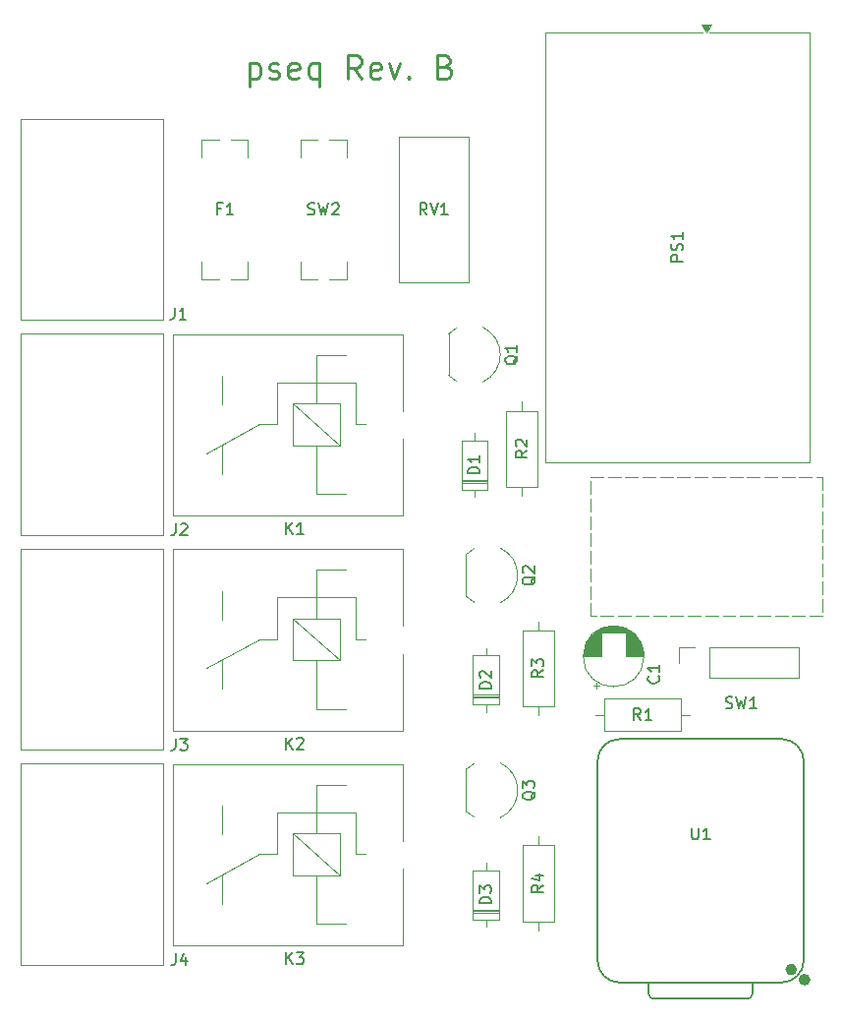
<source format=gbr>
%TF.GenerationSoftware,KiCad,Pcbnew,9.0.5*%
%TF.CreationDate,2025-11-05T07:39:26+01:00*%
%TF.ProjectId,power-sequencer-pcb,706f7765-722d-4736-9571-75656e636572,B*%
%TF.SameCoordinates,Original*%
%TF.FileFunction,Legend,Top*%
%TF.FilePolarity,Positive*%
%FSLAX46Y46*%
G04 Gerber Fmt 4.6, Leading zero omitted, Abs format (unit mm)*
G04 Created by KiCad (PCBNEW 9.0.5) date 2025-11-05 07:39:26*
%MOMM*%
%LPD*%
G01*
G04 APERTURE LIST*
%ADD10C,0.100000*%
%ADD11C,0.250000*%
%ADD12C,0.150000*%
%ADD13C,0.120000*%
%ADD14C,0.127000*%
%ADD15C,0.504000*%
G04 APERTURE END LIST*
D10*
X126500000Y-96000000D02*
X127600000Y-96000000D01*
X128000000Y-96000000D02*
X129100000Y-96000000D01*
X129500000Y-96000000D02*
X130600000Y-96000000D01*
X131000000Y-96000000D02*
X132100000Y-96000000D01*
X132500000Y-96000000D02*
X133600000Y-96000000D01*
X134000000Y-96000000D02*
X135100000Y-96000000D01*
X135500000Y-96000000D02*
X136600000Y-96000000D01*
X137000000Y-96000000D02*
X138100000Y-96000000D01*
X138500000Y-96000000D02*
X139600000Y-96000000D01*
X140000000Y-96000000D02*
X141100000Y-96000000D01*
X141500000Y-96000000D02*
X142600000Y-96000000D01*
X143000000Y-96000000D02*
X144100000Y-96000000D01*
X144500000Y-96000000D02*
X145600000Y-96000000D01*
X146000000Y-96000000D02*
X146500000Y-96000000D01*
X146500000Y-96000000D02*
X146500000Y-97100000D01*
X146500000Y-97500000D02*
X146500000Y-98600000D01*
X146500000Y-99000000D02*
X146500000Y-100100000D01*
X146500000Y-100500000D02*
X146500000Y-101600000D01*
X146500000Y-102000000D02*
X146500000Y-103100000D01*
X146500000Y-103500000D02*
X146500000Y-104600000D01*
X146500000Y-105000000D02*
X146500000Y-106100000D01*
X146500000Y-106500000D02*
X146500000Y-107600000D01*
X146500000Y-108000000D02*
X146500000Y-108000000D01*
X146500000Y-108000000D02*
X145400000Y-108000000D01*
X145000000Y-108000000D02*
X143900000Y-108000000D01*
X143500000Y-108000000D02*
X142400000Y-108000000D01*
X142000000Y-108000000D02*
X140900000Y-108000000D01*
X140500000Y-108000000D02*
X139400000Y-108000000D01*
X139000000Y-108000000D02*
X137900000Y-108000000D01*
X137500000Y-108000000D02*
X136400000Y-108000000D01*
X136000000Y-108000000D02*
X134900000Y-108000000D01*
X134500000Y-108000000D02*
X133400000Y-108000000D01*
X133000000Y-108000000D02*
X131900000Y-108000000D01*
X131500000Y-108000000D02*
X130400000Y-108000000D01*
X130000000Y-108000000D02*
X128900000Y-108000000D01*
X128500000Y-108000000D02*
X127400000Y-108000000D01*
X127000000Y-108000000D02*
X126500000Y-108000000D01*
X126500000Y-108000000D02*
X126500000Y-106900000D01*
X126500000Y-106500000D02*
X126500000Y-105400000D01*
X126500000Y-105000000D02*
X126500000Y-103900000D01*
X126500000Y-103500000D02*
X126500000Y-102400000D01*
X126500000Y-102000000D02*
X126500000Y-100900000D01*
X126500000Y-100500000D02*
X126500000Y-99400000D01*
X126500000Y-99000000D02*
X126500000Y-97900000D01*
X126500000Y-97500000D02*
X126500000Y-96400000D01*
X126500000Y-96000000D02*
X126500000Y-96000000D01*
D11*
X97140663Y-60408904D02*
X97140663Y-62408904D01*
X97140663Y-60504142D02*
X97331139Y-60408904D01*
X97331139Y-60408904D02*
X97712092Y-60408904D01*
X97712092Y-60408904D02*
X97902568Y-60504142D01*
X97902568Y-60504142D02*
X97997806Y-60599380D01*
X97997806Y-60599380D02*
X98093044Y-60789857D01*
X98093044Y-60789857D02*
X98093044Y-61361285D01*
X98093044Y-61361285D02*
X97997806Y-61551761D01*
X97997806Y-61551761D02*
X97902568Y-61647000D01*
X97902568Y-61647000D02*
X97712092Y-61742238D01*
X97712092Y-61742238D02*
X97331139Y-61742238D01*
X97331139Y-61742238D02*
X97140663Y-61647000D01*
X98854949Y-61647000D02*
X99045425Y-61742238D01*
X99045425Y-61742238D02*
X99426377Y-61742238D01*
X99426377Y-61742238D02*
X99616854Y-61647000D01*
X99616854Y-61647000D02*
X99712092Y-61456523D01*
X99712092Y-61456523D02*
X99712092Y-61361285D01*
X99712092Y-61361285D02*
X99616854Y-61170809D01*
X99616854Y-61170809D02*
X99426377Y-61075571D01*
X99426377Y-61075571D02*
X99140663Y-61075571D01*
X99140663Y-61075571D02*
X98950187Y-60980333D01*
X98950187Y-60980333D02*
X98854949Y-60789857D01*
X98854949Y-60789857D02*
X98854949Y-60694619D01*
X98854949Y-60694619D02*
X98950187Y-60504142D01*
X98950187Y-60504142D02*
X99140663Y-60408904D01*
X99140663Y-60408904D02*
X99426377Y-60408904D01*
X99426377Y-60408904D02*
X99616854Y-60504142D01*
X101331140Y-61647000D02*
X101140664Y-61742238D01*
X101140664Y-61742238D02*
X100759711Y-61742238D01*
X100759711Y-61742238D02*
X100569235Y-61647000D01*
X100569235Y-61647000D02*
X100473997Y-61456523D01*
X100473997Y-61456523D02*
X100473997Y-60694619D01*
X100473997Y-60694619D02*
X100569235Y-60504142D01*
X100569235Y-60504142D02*
X100759711Y-60408904D01*
X100759711Y-60408904D02*
X101140664Y-60408904D01*
X101140664Y-60408904D02*
X101331140Y-60504142D01*
X101331140Y-60504142D02*
X101426378Y-60694619D01*
X101426378Y-60694619D02*
X101426378Y-60885095D01*
X101426378Y-60885095D02*
X100473997Y-61075571D01*
X103140664Y-60408904D02*
X103140664Y-62408904D01*
X103140664Y-61647000D02*
X102950188Y-61742238D01*
X102950188Y-61742238D02*
X102569235Y-61742238D01*
X102569235Y-61742238D02*
X102378759Y-61647000D01*
X102378759Y-61647000D02*
X102283521Y-61551761D01*
X102283521Y-61551761D02*
X102188283Y-61361285D01*
X102188283Y-61361285D02*
X102188283Y-60789857D01*
X102188283Y-60789857D02*
X102283521Y-60599380D01*
X102283521Y-60599380D02*
X102378759Y-60504142D01*
X102378759Y-60504142D02*
X102569235Y-60408904D01*
X102569235Y-60408904D02*
X102950188Y-60408904D01*
X102950188Y-60408904D02*
X103140664Y-60504142D01*
X106759712Y-61742238D02*
X106093045Y-60789857D01*
X105616855Y-61742238D02*
X105616855Y-59742238D01*
X105616855Y-59742238D02*
X106378760Y-59742238D01*
X106378760Y-59742238D02*
X106569236Y-59837476D01*
X106569236Y-59837476D02*
X106664474Y-59932714D01*
X106664474Y-59932714D02*
X106759712Y-60123190D01*
X106759712Y-60123190D02*
X106759712Y-60408904D01*
X106759712Y-60408904D02*
X106664474Y-60599380D01*
X106664474Y-60599380D02*
X106569236Y-60694619D01*
X106569236Y-60694619D02*
X106378760Y-60789857D01*
X106378760Y-60789857D02*
X105616855Y-60789857D01*
X108378760Y-61647000D02*
X108188284Y-61742238D01*
X108188284Y-61742238D02*
X107807331Y-61742238D01*
X107807331Y-61742238D02*
X107616855Y-61647000D01*
X107616855Y-61647000D02*
X107521617Y-61456523D01*
X107521617Y-61456523D02*
X107521617Y-60694619D01*
X107521617Y-60694619D02*
X107616855Y-60504142D01*
X107616855Y-60504142D02*
X107807331Y-60408904D01*
X107807331Y-60408904D02*
X108188284Y-60408904D01*
X108188284Y-60408904D02*
X108378760Y-60504142D01*
X108378760Y-60504142D02*
X108473998Y-60694619D01*
X108473998Y-60694619D02*
X108473998Y-60885095D01*
X108473998Y-60885095D02*
X107521617Y-61075571D01*
X109140665Y-60408904D02*
X109616855Y-61742238D01*
X109616855Y-61742238D02*
X110093046Y-60408904D01*
X110854951Y-61551761D02*
X110950189Y-61647000D01*
X110950189Y-61647000D02*
X110854951Y-61742238D01*
X110854951Y-61742238D02*
X110759713Y-61647000D01*
X110759713Y-61647000D02*
X110854951Y-61551761D01*
X110854951Y-61551761D02*
X110854951Y-61742238D01*
X113997809Y-60694619D02*
X114283523Y-60789857D01*
X114283523Y-60789857D02*
X114378761Y-60885095D01*
X114378761Y-60885095D02*
X114473999Y-61075571D01*
X114473999Y-61075571D02*
X114473999Y-61361285D01*
X114473999Y-61361285D02*
X114378761Y-61551761D01*
X114378761Y-61551761D02*
X114283523Y-61647000D01*
X114283523Y-61647000D02*
X114093047Y-61742238D01*
X114093047Y-61742238D02*
X113331142Y-61742238D01*
X113331142Y-61742238D02*
X113331142Y-59742238D01*
X113331142Y-59742238D02*
X113997809Y-59742238D01*
X113997809Y-59742238D02*
X114188285Y-59837476D01*
X114188285Y-59837476D02*
X114283523Y-59932714D01*
X114283523Y-59932714D02*
X114378761Y-60123190D01*
X114378761Y-60123190D02*
X114378761Y-60313666D01*
X114378761Y-60313666D02*
X114283523Y-60504142D01*
X114283523Y-60504142D02*
X114188285Y-60599380D01*
X114188285Y-60599380D02*
X113997809Y-60694619D01*
X113997809Y-60694619D02*
X113331142Y-60694619D01*
D12*
X102166667Y-73407200D02*
X102309524Y-73454819D01*
X102309524Y-73454819D02*
X102547619Y-73454819D01*
X102547619Y-73454819D02*
X102642857Y-73407200D01*
X102642857Y-73407200D02*
X102690476Y-73359580D01*
X102690476Y-73359580D02*
X102738095Y-73264342D01*
X102738095Y-73264342D02*
X102738095Y-73169104D01*
X102738095Y-73169104D02*
X102690476Y-73073866D01*
X102690476Y-73073866D02*
X102642857Y-73026247D01*
X102642857Y-73026247D02*
X102547619Y-72978628D01*
X102547619Y-72978628D02*
X102357143Y-72931009D01*
X102357143Y-72931009D02*
X102261905Y-72883390D01*
X102261905Y-72883390D02*
X102214286Y-72835771D01*
X102214286Y-72835771D02*
X102166667Y-72740533D01*
X102166667Y-72740533D02*
X102166667Y-72645295D01*
X102166667Y-72645295D02*
X102214286Y-72550057D01*
X102214286Y-72550057D02*
X102261905Y-72502438D01*
X102261905Y-72502438D02*
X102357143Y-72454819D01*
X102357143Y-72454819D02*
X102595238Y-72454819D01*
X102595238Y-72454819D02*
X102738095Y-72502438D01*
X103071429Y-72454819D02*
X103309524Y-73454819D01*
X103309524Y-73454819D02*
X103500000Y-72740533D01*
X103500000Y-72740533D02*
X103690476Y-73454819D01*
X103690476Y-73454819D02*
X103928572Y-72454819D01*
X104261905Y-72550057D02*
X104309524Y-72502438D01*
X104309524Y-72502438D02*
X104404762Y-72454819D01*
X104404762Y-72454819D02*
X104642857Y-72454819D01*
X104642857Y-72454819D02*
X104738095Y-72502438D01*
X104738095Y-72502438D02*
X104785714Y-72550057D01*
X104785714Y-72550057D02*
X104833333Y-72645295D01*
X104833333Y-72645295D02*
X104833333Y-72740533D01*
X104833333Y-72740533D02*
X104785714Y-72883390D01*
X104785714Y-72883390D02*
X104214286Y-73454819D01*
X104214286Y-73454819D02*
X104833333Y-73454819D01*
X90666666Y-81454819D02*
X90666666Y-82169104D01*
X90666666Y-82169104D02*
X90619047Y-82311961D01*
X90619047Y-82311961D02*
X90523809Y-82407200D01*
X90523809Y-82407200D02*
X90380952Y-82454819D01*
X90380952Y-82454819D02*
X90285714Y-82454819D01*
X91666666Y-82454819D02*
X91095238Y-82454819D01*
X91380952Y-82454819D02*
X91380952Y-81454819D01*
X91380952Y-81454819D02*
X91285714Y-81597676D01*
X91285714Y-81597676D02*
X91190476Y-81692914D01*
X91190476Y-81692914D02*
X91095238Y-81740533D01*
X90761666Y-100049819D02*
X90761666Y-100764104D01*
X90761666Y-100764104D02*
X90714047Y-100906961D01*
X90714047Y-100906961D02*
X90618809Y-101002200D01*
X90618809Y-101002200D02*
X90475952Y-101049819D01*
X90475952Y-101049819D02*
X90380714Y-101049819D01*
X91190238Y-100145057D02*
X91237857Y-100097438D01*
X91237857Y-100097438D02*
X91333095Y-100049819D01*
X91333095Y-100049819D02*
X91571190Y-100049819D01*
X91571190Y-100049819D02*
X91666428Y-100097438D01*
X91666428Y-100097438D02*
X91714047Y-100145057D01*
X91714047Y-100145057D02*
X91761666Y-100240295D01*
X91761666Y-100240295D02*
X91761666Y-100335533D01*
X91761666Y-100335533D02*
X91714047Y-100478390D01*
X91714047Y-100478390D02*
X91142619Y-101049819D01*
X91142619Y-101049819D02*
X91761666Y-101049819D01*
X90761666Y-137049819D02*
X90761666Y-137764104D01*
X90761666Y-137764104D02*
X90714047Y-137906961D01*
X90714047Y-137906961D02*
X90618809Y-138002200D01*
X90618809Y-138002200D02*
X90475952Y-138049819D01*
X90475952Y-138049819D02*
X90380714Y-138049819D01*
X91666428Y-137383152D02*
X91666428Y-138049819D01*
X91428333Y-137002200D02*
X91190238Y-137716485D01*
X91190238Y-137716485D02*
X91809285Y-137716485D01*
X122454819Y-112666666D02*
X121978628Y-112999999D01*
X122454819Y-113238094D02*
X121454819Y-113238094D01*
X121454819Y-113238094D02*
X121454819Y-112857142D01*
X121454819Y-112857142D02*
X121502438Y-112761904D01*
X121502438Y-112761904D02*
X121550057Y-112714285D01*
X121550057Y-112714285D02*
X121645295Y-112666666D01*
X121645295Y-112666666D02*
X121788152Y-112666666D01*
X121788152Y-112666666D02*
X121883390Y-112714285D01*
X121883390Y-112714285D02*
X121931009Y-112761904D01*
X121931009Y-112761904D02*
X121978628Y-112857142D01*
X121978628Y-112857142D02*
X121978628Y-113238094D01*
X121454819Y-112333332D02*
X121454819Y-111714285D01*
X121454819Y-111714285D02*
X121835771Y-112047618D01*
X121835771Y-112047618D02*
X121835771Y-111904761D01*
X121835771Y-111904761D02*
X121883390Y-111809523D01*
X121883390Y-111809523D02*
X121931009Y-111761904D01*
X121931009Y-111761904D02*
X122026247Y-111714285D01*
X122026247Y-111714285D02*
X122264342Y-111714285D01*
X122264342Y-111714285D02*
X122359580Y-111761904D01*
X122359580Y-111761904D02*
X122407200Y-111809523D01*
X122407200Y-111809523D02*
X122454819Y-111904761D01*
X122454819Y-111904761D02*
X122454819Y-112190475D01*
X122454819Y-112190475D02*
X122407200Y-112285713D01*
X122407200Y-112285713D02*
X122359580Y-112333332D01*
X117954819Y-132738094D02*
X116954819Y-132738094D01*
X116954819Y-132738094D02*
X116954819Y-132499999D01*
X116954819Y-132499999D02*
X117002438Y-132357142D01*
X117002438Y-132357142D02*
X117097676Y-132261904D01*
X117097676Y-132261904D02*
X117192914Y-132214285D01*
X117192914Y-132214285D02*
X117383390Y-132166666D01*
X117383390Y-132166666D02*
X117526247Y-132166666D01*
X117526247Y-132166666D02*
X117716723Y-132214285D01*
X117716723Y-132214285D02*
X117811961Y-132261904D01*
X117811961Y-132261904D02*
X117907200Y-132357142D01*
X117907200Y-132357142D02*
X117954819Y-132499999D01*
X117954819Y-132499999D02*
X117954819Y-132738094D01*
X116954819Y-131833332D02*
X116954819Y-131214285D01*
X116954819Y-131214285D02*
X117335771Y-131547618D01*
X117335771Y-131547618D02*
X117335771Y-131404761D01*
X117335771Y-131404761D02*
X117383390Y-131309523D01*
X117383390Y-131309523D02*
X117431009Y-131261904D01*
X117431009Y-131261904D02*
X117526247Y-131214285D01*
X117526247Y-131214285D02*
X117764342Y-131214285D01*
X117764342Y-131214285D02*
X117859580Y-131261904D01*
X117859580Y-131261904D02*
X117907200Y-131309523D01*
X117907200Y-131309523D02*
X117954819Y-131404761D01*
X117954819Y-131404761D02*
X117954819Y-131690475D01*
X117954819Y-131690475D02*
X117907200Y-131785713D01*
X117907200Y-131785713D02*
X117859580Y-131833332D01*
X121049819Y-93761666D02*
X120573628Y-94094999D01*
X121049819Y-94333094D02*
X120049819Y-94333094D01*
X120049819Y-94333094D02*
X120049819Y-93952142D01*
X120049819Y-93952142D02*
X120097438Y-93856904D01*
X120097438Y-93856904D02*
X120145057Y-93809285D01*
X120145057Y-93809285D02*
X120240295Y-93761666D01*
X120240295Y-93761666D02*
X120383152Y-93761666D01*
X120383152Y-93761666D02*
X120478390Y-93809285D01*
X120478390Y-93809285D02*
X120526009Y-93856904D01*
X120526009Y-93856904D02*
X120573628Y-93952142D01*
X120573628Y-93952142D02*
X120573628Y-94333094D01*
X120145057Y-93380713D02*
X120097438Y-93333094D01*
X120097438Y-93333094D02*
X120049819Y-93237856D01*
X120049819Y-93237856D02*
X120049819Y-92999761D01*
X120049819Y-92999761D02*
X120097438Y-92904523D01*
X120097438Y-92904523D02*
X120145057Y-92856904D01*
X120145057Y-92856904D02*
X120240295Y-92809285D01*
X120240295Y-92809285D02*
X120335533Y-92809285D01*
X120335533Y-92809285D02*
X120478390Y-92856904D01*
X120478390Y-92856904D02*
X121049819Y-93428332D01*
X121049819Y-93428332D02*
X121049819Y-92809285D01*
X100261905Y-119454819D02*
X100261905Y-118454819D01*
X100833333Y-119454819D02*
X100404762Y-118883390D01*
X100833333Y-118454819D02*
X100261905Y-119026247D01*
X101214286Y-118550057D02*
X101261905Y-118502438D01*
X101261905Y-118502438D02*
X101357143Y-118454819D01*
X101357143Y-118454819D02*
X101595238Y-118454819D01*
X101595238Y-118454819D02*
X101690476Y-118502438D01*
X101690476Y-118502438D02*
X101738095Y-118550057D01*
X101738095Y-118550057D02*
X101785714Y-118645295D01*
X101785714Y-118645295D02*
X101785714Y-118740533D01*
X101785714Y-118740533D02*
X101738095Y-118883390D01*
X101738095Y-118883390D02*
X101166667Y-119454819D01*
X101166667Y-119454819D02*
X101785714Y-119454819D01*
X112404761Y-73454819D02*
X112071428Y-72978628D01*
X111833333Y-73454819D02*
X111833333Y-72454819D01*
X111833333Y-72454819D02*
X112214285Y-72454819D01*
X112214285Y-72454819D02*
X112309523Y-72502438D01*
X112309523Y-72502438D02*
X112357142Y-72550057D01*
X112357142Y-72550057D02*
X112404761Y-72645295D01*
X112404761Y-72645295D02*
X112404761Y-72788152D01*
X112404761Y-72788152D02*
X112357142Y-72883390D01*
X112357142Y-72883390D02*
X112309523Y-72931009D01*
X112309523Y-72931009D02*
X112214285Y-72978628D01*
X112214285Y-72978628D02*
X111833333Y-72978628D01*
X112690476Y-72454819D02*
X113023809Y-73454819D01*
X113023809Y-73454819D02*
X113357142Y-72454819D01*
X114214285Y-73454819D02*
X113642857Y-73454819D01*
X113928571Y-73454819D02*
X113928571Y-72454819D01*
X113928571Y-72454819D02*
X113833333Y-72597676D01*
X113833333Y-72597676D02*
X113738095Y-72692914D01*
X113738095Y-72692914D02*
X113642857Y-72740533D01*
X132359580Y-113166666D02*
X132407200Y-113214285D01*
X132407200Y-113214285D02*
X132454819Y-113357142D01*
X132454819Y-113357142D02*
X132454819Y-113452380D01*
X132454819Y-113452380D02*
X132407200Y-113595237D01*
X132407200Y-113595237D02*
X132311961Y-113690475D01*
X132311961Y-113690475D02*
X132216723Y-113738094D01*
X132216723Y-113738094D02*
X132026247Y-113785713D01*
X132026247Y-113785713D02*
X131883390Y-113785713D01*
X131883390Y-113785713D02*
X131692914Y-113738094D01*
X131692914Y-113738094D02*
X131597676Y-113690475D01*
X131597676Y-113690475D02*
X131502438Y-113595237D01*
X131502438Y-113595237D02*
X131454819Y-113452380D01*
X131454819Y-113452380D02*
X131454819Y-113357142D01*
X131454819Y-113357142D02*
X131502438Y-113214285D01*
X131502438Y-113214285D02*
X131550057Y-113166666D01*
X132454819Y-112214285D02*
X132454819Y-112785713D01*
X132454819Y-112499999D02*
X131454819Y-112499999D01*
X131454819Y-112499999D02*
X131597676Y-112595237D01*
X131597676Y-112595237D02*
X131692914Y-112690475D01*
X131692914Y-112690475D02*
X131740533Y-112785713D01*
X135238095Y-126223319D02*
X135238095Y-127032842D01*
X135238095Y-127032842D02*
X135285714Y-127128080D01*
X135285714Y-127128080D02*
X135333333Y-127175700D01*
X135333333Y-127175700D02*
X135428571Y-127223319D01*
X135428571Y-127223319D02*
X135619047Y-127223319D01*
X135619047Y-127223319D02*
X135714285Y-127175700D01*
X135714285Y-127175700D02*
X135761904Y-127128080D01*
X135761904Y-127128080D02*
X135809523Y-127032842D01*
X135809523Y-127032842D02*
X135809523Y-126223319D01*
X136809523Y-127223319D02*
X136238095Y-127223319D01*
X136523809Y-127223319D02*
X136523809Y-126223319D01*
X136523809Y-126223319D02*
X136428571Y-126366176D01*
X136428571Y-126366176D02*
X136333333Y-126461414D01*
X136333333Y-126461414D02*
X136238095Y-126509033D01*
X90761666Y-118549819D02*
X90761666Y-119264104D01*
X90761666Y-119264104D02*
X90714047Y-119406961D01*
X90714047Y-119406961D02*
X90618809Y-119502200D01*
X90618809Y-119502200D02*
X90475952Y-119549819D01*
X90475952Y-119549819D02*
X90380714Y-119549819D01*
X91142619Y-118549819D02*
X91761666Y-118549819D01*
X91761666Y-118549819D02*
X91428333Y-118930771D01*
X91428333Y-118930771D02*
X91571190Y-118930771D01*
X91571190Y-118930771D02*
X91666428Y-118978390D01*
X91666428Y-118978390D02*
X91714047Y-119026009D01*
X91714047Y-119026009D02*
X91761666Y-119121247D01*
X91761666Y-119121247D02*
X91761666Y-119359342D01*
X91761666Y-119359342D02*
X91714047Y-119454580D01*
X91714047Y-119454580D02*
X91666428Y-119502200D01*
X91666428Y-119502200D02*
X91571190Y-119549819D01*
X91571190Y-119549819D02*
X91285476Y-119549819D01*
X91285476Y-119549819D02*
X91190238Y-119502200D01*
X91190238Y-119502200D02*
X91142619Y-119454580D01*
X117954819Y-114238094D02*
X116954819Y-114238094D01*
X116954819Y-114238094D02*
X116954819Y-113999999D01*
X116954819Y-113999999D02*
X117002438Y-113857142D01*
X117002438Y-113857142D02*
X117097676Y-113761904D01*
X117097676Y-113761904D02*
X117192914Y-113714285D01*
X117192914Y-113714285D02*
X117383390Y-113666666D01*
X117383390Y-113666666D02*
X117526247Y-113666666D01*
X117526247Y-113666666D02*
X117716723Y-113714285D01*
X117716723Y-113714285D02*
X117811961Y-113761904D01*
X117811961Y-113761904D02*
X117907200Y-113857142D01*
X117907200Y-113857142D02*
X117954819Y-113999999D01*
X117954819Y-113999999D02*
X117954819Y-114238094D01*
X117050057Y-113285713D02*
X117002438Y-113238094D01*
X117002438Y-113238094D02*
X116954819Y-113142856D01*
X116954819Y-113142856D02*
X116954819Y-112904761D01*
X116954819Y-112904761D02*
X117002438Y-112809523D01*
X117002438Y-112809523D02*
X117050057Y-112761904D01*
X117050057Y-112761904D02*
X117145295Y-112714285D01*
X117145295Y-112714285D02*
X117240533Y-112714285D01*
X117240533Y-112714285D02*
X117383390Y-112761904D01*
X117383390Y-112761904D02*
X117954819Y-113333332D01*
X117954819Y-113333332D02*
X117954819Y-112714285D01*
X100261905Y-137954819D02*
X100261905Y-136954819D01*
X100833333Y-137954819D02*
X100404762Y-137383390D01*
X100833333Y-136954819D02*
X100261905Y-137526247D01*
X101166667Y-136954819D02*
X101785714Y-136954819D01*
X101785714Y-136954819D02*
X101452381Y-137335771D01*
X101452381Y-137335771D02*
X101595238Y-137335771D01*
X101595238Y-137335771D02*
X101690476Y-137383390D01*
X101690476Y-137383390D02*
X101738095Y-137431009D01*
X101738095Y-137431009D02*
X101785714Y-137526247D01*
X101785714Y-137526247D02*
X101785714Y-137764342D01*
X101785714Y-137764342D02*
X101738095Y-137859580D01*
X101738095Y-137859580D02*
X101690476Y-137907200D01*
X101690476Y-137907200D02*
X101595238Y-137954819D01*
X101595238Y-137954819D02*
X101309524Y-137954819D01*
X101309524Y-137954819D02*
X101214286Y-137907200D01*
X101214286Y-137907200D02*
X101166667Y-137859580D01*
X122454819Y-131166666D02*
X121978628Y-131499999D01*
X122454819Y-131738094D02*
X121454819Y-131738094D01*
X121454819Y-131738094D02*
X121454819Y-131357142D01*
X121454819Y-131357142D02*
X121502438Y-131261904D01*
X121502438Y-131261904D02*
X121550057Y-131214285D01*
X121550057Y-131214285D02*
X121645295Y-131166666D01*
X121645295Y-131166666D02*
X121788152Y-131166666D01*
X121788152Y-131166666D02*
X121883390Y-131214285D01*
X121883390Y-131214285D02*
X121931009Y-131261904D01*
X121931009Y-131261904D02*
X121978628Y-131357142D01*
X121978628Y-131357142D02*
X121978628Y-131738094D01*
X121788152Y-130309523D02*
X122454819Y-130309523D01*
X121407200Y-130547618D02*
X122121485Y-130785713D01*
X122121485Y-130785713D02*
X122121485Y-130166666D01*
X116954819Y-95738094D02*
X115954819Y-95738094D01*
X115954819Y-95738094D02*
X115954819Y-95499999D01*
X115954819Y-95499999D02*
X116002438Y-95357142D01*
X116002438Y-95357142D02*
X116097676Y-95261904D01*
X116097676Y-95261904D02*
X116192914Y-95214285D01*
X116192914Y-95214285D02*
X116383390Y-95166666D01*
X116383390Y-95166666D02*
X116526247Y-95166666D01*
X116526247Y-95166666D02*
X116716723Y-95214285D01*
X116716723Y-95214285D02*
X116811961Y-95261904D01*
X116811961Y-95261904D02*
X116907200Y-95357142D01*
X116907200Y-95357142D02*
X116954819Y-95499999D01*
X116954819Y-95499999D02*
X116954819Y-95738094D01*
X116954819Y-94214285D02*
X116954819Y-94785713D01*
X116954819Y-94499999D02*
X115954819Y-94499999D01*
X115954819Y-94499999D02*
X116097676Y-94595237D01*
X116097676Y-94595237D02*
X116192914Y-94690475D01*
X116192914Y-94690475D02*
X116240533Y-94785713D01*
X100261905Y-100954819D02*
X100261905Y-99954819D01*
X100833333Y-100954819D02*
X100404762Y-100383390D01*
X100833333Y-99954819D02*
X100261905Y-100526247D01*
X101785714Y-100954819D02*
X101214286Y-100954819D01*
X101500000Y-100954819D02*
X101500000Y-99954819D01*
X101500000Y-99954819D02*
X101404762Y-100097676D01*
X101404762Y-100097676D02*
X101309524Y-100192914D01*
X101309524Y-100192914D02*
X101214286Y-100240533D01*
X121750057Y-123095238D02*
X121702438Y-123190476D01*
X121702438Y-123190476D02*
X121607200Y-123285714D01*
X121607200Y-123285714D02*
X121464342Y-123428571D01*
X121464342Y-123428571D02*
X121416723Y-123523809D01*
X121416723Y-123523809D02*
X121416723Y-123619047D01*
X121654819Y-123571428D02*
X121607200Y-123666666D01*
X121607200Y-123666666D02*
X121511961Y-123761904D01*
X121511961Y-123761904D02*
X121321485Y-123809523D01*
X121321485Y-123809523D02*
X120988152Y-123809523D01*
X120988152Y-123809523D02*
X120797676Y-123761904D01*
X120797676Y-123761904D02*
X120702438Y-123666666D01*
X120702438Y-123666666D02*
X120654819Y-123571428D01*
X120654819Y-123571428D02*
X120654819Y-123380952D01*
X120654819Y-123380952D02*
X120702438Y-123285714D01*
X120702438Y-123285714D02*
X120797676Y-123190476D01*
X120797676Y-123190476D02*
X120988152Y-123142857D01*
X120988152Y-123142857D02*
X121321485Y-123142857D01*
X121321485Y-123142857D02*
X121511961Y-123190476D01*
X121511961Y-123190476D02*
X121607200Y-123285714D01*
X121607200Y-123285714D02*
X121654819Y-123380952D01*
X121654819Y-123380952D02*
X121654819Y-123571428D01*
X120654819Y-122809523D02*
X120654819Y-122190476D01*
X120654819Y-122190476D02*
X121035771Y-122523809D01*
X121035771Y-122523809D02*
X121035771Y-122380952D01*
X121035771Y-122380952D02*
X121083390Y-122285714D01*
X121083390Y-122285714D02*
X121131009Y-122238095D01*
X121131009Y-122238095D02*
X121226247Y-122190476D01*
X121226247Y-122190476D02*
X121464342Y-122190476D01*
X121464342Y-122190476D02*
X121559580Y-122238095D01*
X121559580Y-122238095D02*
X121607200Y-122285714D01*
X121607200Y-122285714D02*
X121654819Y-122380952D01*
X121654819Y-122380952D02*
X121654819Y-122666666D01*
X121654819Y-122666666D02*
X121607200Y-122761904D01*
X121607200Y-122761904D02*
X121559580Y-122809523D01*
X138166667Y-115907200D02*
X138309524Y-115954819D01*
X138309524Y-115954819D02*
X138547619Y-115954819D01*
X138547619Y-115954819D02*
X138642857Y-115907200D01*
X138642857Y-115907200D02*
X138690476Y-115859580D01*
X138690476Y-115859580D02*
X138738095Y-115764342D01*
X138738095Y-115764342D02*
X138738095Y-115669104D01*
X138738095Y-115669104D02*
X138690476Y-115573866D01*
X138690476Y-115573866D02*
X138642857Y-115526247D01*
X138642857Y-115526247D02*
X138547619Y-115478628D01*
X138547619Y-115478628D02*
X138357143Y-115431009D01*
X138357143Y-115431009D02*
X138261905Y-115383390D01*
X138261905Y-115383390D02*
X138214286Y-115335771D01*
X138214286Y-115335771D02*
X138166667Y-115240533D01*
X138166667Y-115240533D02*
X138166667Y-115145295D01*
X138166667Y-115145295D02*
X138214286Y-115050057D01*
X138214286Y-115050057D02*
X138261905Y-115002438D01*
X138261905Y-115002438D02*
X138357143Y-114954819D01*
X138357143Y-114954819D02*
X138595238Y-114954819D01*
X138595238Y-114954819D02*
X138738095Y-115002438D01*
X139071429Y-114954819D02*
X139309524Y-115954819D01*
X139309524Y-115954819D02*
X139500000Y-115240533D01*
X139500000Y-115240533D02*
X139690476Y-115954819D01*
X139690476Y-115954819D02*
X139928572Y-114954819D01*
X140833333Y-115954819D02*
X140261905Y-115954819D01*
X140547619Y-115954819D02*
X140547619Y-114954819D01*
X140547619Y-114954819D02*
X140452381Y-115097676D01*
X140452381Y-115097676D02*
X140357143Y-115192914D01*
X140357143Y-115192914D02*
X140261905Y-115240533D01*
X134454819Y-77466785D02*
X133454819Y-77466785D01*
X133454819Y-77466785D02*
X133454819Y-77085833D01*
X133454819Y-77085833D02*
X133502438Y-76990595D01*
X133502438Y-76990595D02*
X133550057Y-76942976D01*
X133550057Y-76942976D02*
X133645295Y-76895357D01*
X133645295Y-76895357D02*
X133788152Y-76895357D01*
X133788152Y-76895357D02*
X133883390Y-76942976D01*
X133883390Y-76942976D02*
X133931009Y-76990595D01*
X133931009Y-76990595D02*
X133978628Y-77085833D01*
X133978628Y-77085833D02*
X133978628Y-77466785D01*
X134407200Y-76514404D02*
X134454819Y-76371547D01*
X134454819Y-76371547D02*
X134454819Y-76133452D01*
X134454819Y-76133452D02*
X134407200Y-76038214D01*
X134407200Y-76038214D02*
X134359580Y-75990595D01*
X134359580Y-75990595D02*
X134264342Y-75942976D01*
X134264342Y-75942976D02*
X134169104Y-75942976D01*
X134169104Y-75942976D02*
X134073866Y-75990595D01*
X134073866Y-75990595D02*
X134026247Y-76038214D01*
X134026247Y-76038214D02*
X133978628Y-76133452D01*
X133978628Y-76133452D02*
X133931009Y-76323928D01*
X133931009Y-76323928D02*
X133883390Y-76419166D01*
X133883390Y-76419166D02*
X133835771Y-76466785D01*
X133835771Y-76466785D02*
X133740533Y-76514404D01*
X133740533Y-76514404D02*
X133645295Y-76514404D01*
X133645295Y-76514404D02*
X133550057Y-76466785D01*
X133550057Y-76466785D02*
X133502438Y-76419166D01*
X133502438Y-76419166D02*
X133454819Y-76323928D01*
X133454819Y-76323928D02*
X133454819Y-76085833D01*
X133454819Y-76085833D02*
X133502438Y-75942976D01*
X134454819Y-74990595D02*
X134454819Y-75562023D01*
X134454819Y-75276309D02*
X133454819Y-75276309D01*
X133454819Y-75276309D02*
X133597676Y-75371547D01*
X133597676Y-75371547D02*
X133692914Y-75466785D01*
X133692914Y-75466785D02*
X133740533Y-75562023D01*
X130833333Y-116954819D02*
X130500000Y-116478628D01*
X130261905Y-116954819D02*
X130261905Y-115954819D01*
X130261905Y-115954819D02*
X130642857Y-115954819D01*
X130642857Y-115954819D02*
X130738095Y-116002438D01*
X130738095Y-116002438D02*
X130785714Y-116050057D01*
X130785714Y-116050057D02*
X130833333Y-116145295D01*
X130833333Y-116145295D02*
X130833333Y-116288152D01*
X130833333Y-116288152D02*
X130785714Y-116383390D01*
X130785714Y-116383390D02*
X130738095Y-116431009D01*
X130738095Y-116431009D02*
X130642857Y-116478628D01*
X130642857Y-116478628D02*
X130261905Y-116478628D01*
X131785714Y-116954819D02*
X131214286Y-116954819D01*
X131500000Y-116954819D02*
X131500000Y-115954819D01*
X131500000Y-115954819D02*
X131404762Y-116097676D01*
X131404762Y-116097676D02*
X131309524Y-116192914D01*
X131309524Y-116192914D02*
X131214286Y-116240533D01*
X120250057Y-85595238D02*
X120202438Y-85690476D01*
X120202438Y-85690476D02*
X120107200Y-85785714D01*
X120107200Y-85785714D02*
X119964342Y-85928571D01*
X119964342Y-85928571D02*
X119916723Y-86023809D01*
X119916723Y-86023809D02*
X119916723Y-86119047D01*
X120154819Y-86071428D02*
X120107200Y-86166666D01*
X120107200Y-86166666D02*
X120011961Y-86261904D01*
X120011961Y-86261904D02*
X119821485Y-86309523D01*
X119821485Y-86309523D02*
X119488152Y-86309523D01*
X119488152Y-86309523D02*
X119297676Y-86261904D01*
X119297676Y-86261904D02*
X119202438Y-86166666D01*
X119202438Y-86166666D02*
X119154819Y-86071428D01*
X119154819Y-86071428D02*
X119154819Y-85880952D01*
X119154819Y-85880952D02*
X119202438Y-85785714D01*
X119202438Y-85785714D02*
X119297676Y-85690476D01*
X119297676Y-85690476D02*
X119488152Y-85642857D01*
X119488152Y-85642857D02*
X119821485Y-85642857D01*
X119821485Y-85642857D02*
X120011961Y-85690476D01*
X120011961Y-85690476D02*
X120107200Y-85785714D01*
X120107200Y-85785714D02*
X120154819Y-85880952D01*
X120154819Y-85880952D02*
X120154819Y-86071428D01*
X120154819Y-84690476D02*
X120154819Y-85261904D01*
X120154819Y-84976190D02*
X119154819Y-84976190D01*
X119154819Y-84976190D02*
X119297676Y-85071428D01*
X119297676Y-85071428D02*
X119392914Y-85166666D01*
X119392914Y-85166666D02*
X119440533Y-85261904D01*
X94666666Y-72931009D02*
X94333333Y-72931009D01*
X94333333Y-73454819D02*
X94333333Y-72454819D01*
X94333333Y-72454819D02*
X94809523Y-72454819D01*
X95714285Y-73454819D02*
X95142857Y-73454819D01*
X95428571Y-73454819D02*
X95428571Y-72454819D01*
X95428571Y-72454819D02*
X95333333Y-72597676D01*
X95333333Y-72597676D02*
X95238095Y-72692914D01*
X95238095Y-72692914D02*
X95142857Y-72740533D01*
X121750057Y-104595238D02*
X121702438Y-104690476D01*
X121702438Y-104690476D02*
X121607200Y-104785714D01*
X121607200Y-104785714D02*
X121464342Y-104928571D01*
X121464342Y-104928571D02*
X121416723Y-105023809D01*
X121416723Y-105023809D02*
X121416723Y-105119047D01*
X121654819Y-105071428D02*
X121607200Y-105166666D01*
X121607200Y-105166666D02*
X121511961Y-105261904D01*
X121511961Y-105261904D02*
X121321485Y-105309523D01*
X121321485Y-105309523D02*
X120988152Y-105309523D01*
X120988152Y-105309523D02*
X120797676Y-105261904D01*
X120797676Y-105261904D02*
X120702438Y-105166666D01*
X120702438Y-105166666D02*
X120654819Y-105071428D01*
X120654819Y-105071428D02*
X120654819Y-104880952D01*
X120654819Y-104880952D02*
X120702438Y-104785714D01*
X120702438Y-104785714D02*
X120797676Y-104690476D01*
X120797676Y-104690476D02*
X120988152Y-104642857D01*
X120988152Y-104642857D02*
X121321485Y-104642857D01*
X121321485Y-104642857D02*
X121511961Y-104690476D01*
X121511961Y-104690476D02*
X121607200Y-104785714D01*
X121607200Y-104785714D02*
X121654819Y-104880952D01*
X121654819Y-104880952D02*
X121654819Y-105071428D01*
X120750057Y-104261904D02*
X120702438Y-104214285D01*
X120702438Y-104214285D02*
X120654819Y-104119047D01*
X120654819Y-104119047D02*
X120654819Y-103880952D01*
X120654819Y-103880952D02*
X120702438Y-103785714D01*
X120702438Y-103785714D02*
X120750057Y-103738095D01*
X120750057Y-103738095D02*
X120845295Y-103690476D01*
X120845295Y-103690476D02*
X120940533Y-103690476D01*
X120940533Y-103690476D02*
X121083390Y-103738095D01*
X121083390Y-103738095D02*
X121654819Y-104309523D01*
X121654819Y-104309523D02*
X121654819Y-103690476D01*
D10*
%TO.C,SW2*%
X101500000Y-68500000D02*
X101500000Y-67000000D01*
X101500000Y-79000000D02*
X101500000Y-77500000D01*
X101500000Y-79000000D02*
X103000000Y-79000000D01*
X103000000Y-67000000D02*
X101500000Y-67000000D01*
X105500000Y-67000000D02*
X104000000Y-67000000D01*
X105500000Y-68500000D02*
X105500000Y-67000000D01*
X105500000Y-77500000D02*
X105500000Y-79000000D01*
X105500000Y-79000000D02*
X104000000Y-79000000D01*
%TO.C,J1*%
X89707500Y-82495000D02*
X77407500Y-82495000D01*
X77407500Y-65195000D01*
X89707500Y-65195000D01*
X89707500Y-82495000D01*
%TO.C,J2*%
X89707500Y-100995000D02*
X77407500Y-100995000D01*
X77407500Y-83695000D01*
X89707500Y-83695000D01*
X89707500Y-100995000D01*
%TO.C,J4*%
X89707500Y-137995000D02*
X77407500Y-137995000D01*
X77407500Y-120695000D01*
X89707500Y-120695000D01*
X89707500Y-137995000D01*
D13*
%TO.C,R3*%
X122000000Y-108460000D02*
X122000000Y-109230000D01*
X122000000Y-116540000D02*
X122000000Y-115770000D01*
X123370000Y-109230000D02*
X120630000Y-109230000D01*
X120630000Y-115770000D01*
X123370000Y-115770000D01*
X123370000Y-109230000D01*
%TO.C,D3*%
X116380000Y-133280000D02*
X118620000Y-133280000D01*
X116380000Y-133400000D02*
X118620000Y-133400000D01*
X116380000Y-133520000D02*
X118620000Y-133520000D01*
X117500000Y-129230000D02*
X117500000Y-129880000D01*
X117500000Y-134770000D02*
X117500000Y-134120000D01*
X116380000Y-134120000D02*
X118620000Y-134120000D01*
X118620000Y-129880000D01*
X116380000Y-129880000D01*
X116380000Y-134120000D01*
%TO.C,R2*%
X120595000Y-89555000D02*
X120595000Y-90325000D01*
X120595000Y-97635000D02*
X120595000Y-96865000D01*
X121965000Y-90325000D02*
X119225000Y-90325000D01*
X119225000Y-96865000D01*
X121965000Y-96865000D01*
X121965000Y-90325000D01*
%TO.C,K2*%
X90550000Y-102250000D02*
X110350000Y-102250000D01*
X90550000Y-117850000D02*
X90550000Y-102250000D01*
X94800000Y-105850000D02*
X94800000Y-108300000D01*
X94800000Y-114250000D02*
X94800000Y-111750000D01*
X98000000Y-110000000D02*
X93400000Y-112500000D01*
X99500000Y-106400000D02*
X106300000Y-106400000D01*
X99500000Y-110000000D02*
X98000000Y-110000000D01*
X99500000Y-110000000D02*
X99500000Y-106400000D01*
X100900000Y-108200000D02*
X104900000Y-108200000D01*
X100900000Y-108200000D02*
X104900000Y-111800000D01*
X100900000Y-111800000D02*
X100900000Y-108200000D01*
X102900000Y-108200000D02*
X102900000Y-104000000D01*
X102900000Y-116000000D02*
X102900000Y-111800000D01*
X102900000Y-116000000D02*
X105400000Y-116000000D01*
X104900000Y-108200000D02*
X104900000Y-111800000D01*
X104900000Y-111800000D02*
X100900000Y-111800000D01*
X105400000Y-104000000D02*
X102900000Y-104000000D01*
X106300000Y-110000000D02*
X106300000Y-106400000D01*
X106300000Y-110000000D02*
X107100000Y-110000000D01*
X110350000Y-108850000D02*
X110350000Y-102250000D01*
X110350000Y-117850000D02*
X90550000Y-117850000D01*
X110350000Y-117850000D02*
X110350000Y-111250000D01*
%TO.C,RV1*%
D10*
X116000000Y-79250000D02*
X110000000Y-79250000D01*
X110000000Y-66750000D01*
X116000000Y-66750000D01*
X116000000Y-79250000D01*
D13*
%TO.C,C1*%
X125920000Y-111415113D02*
X127460000Y-111415113D01*
X125920000Y-111455113D02*
X127460000Y-111455113D01*
X125921000Y-111375113D02*
X127460000Y-111375113D01*
X125923000Y-111335113D02*
X127460000Y-111335113D01*
X125925000Y-111295113D02*
X127460000Y-111295113D01*
X125928000Y-111255113D02*
X127460000Y-111255113D01*
X125931000Y-111215113D02*
X127460000Y-111215113D01*
X125935000Y-111175113D02*
X127460000Y-111175113D01*
X125940000Y-111135113D02*
X127460000Y-111135113D01*
X125945000Y-111095113D02*
X127460000Y-111095113D01*
X125951000Y-111055113D02*
X127460000Y-111055113D01*
X125957000Y-111015113D02*
X127460000Y-111015113D01*
X125964000Y-110975113D02*
X127460000Y-110975113D01*
X125972000Y-110935113D02*
X127460000Y-110935113D01*
X125981000Y-110895113D02*
X127460000Y-110895113D01*
X125990000Y-110855113D02*
X127460000Y-110855113D01*
X125999000Y-110815113D02*
X127460000Y-110815113D01*
X126010000Y-110775113D02*
X127460000Y-110775113D01*
X126021000Y-110735113D02*
X127460000Y-110735113D01*
X126033000Y-110695113D02*
X127460000Y-110695113D01*
X126045000Y-110655113D02*
X127460000Y-110655113D01*
X126058000Y-110615113D02*
X127460000Y-110615113D01*
X126072000Y-110575113D02*
X127460000Y-110575113D01*
X126087000Y-110535113D02*
X127460000Y-110535113D01*
X126102000Y-110495113D02*
X127460000Y-110495113D01*
X126118000Y-110455113D02*
X127460000Y-110455113D01*
X126135000Y-110415113D02*
X127460000Y-110415113D01*
X126153000Y-110375113D02*
X127460000Y-110375113D01*
X126171000Y-110335113D02*
X127460000Y-110335113D01*
X126191000Y-110295113D02*
X127460000Y-110295113D01*
X126211000Y-110255113D02*
X127460000Y-110255113D01*
X126232000Y-110215113D02*
X127460000Y-110215113D01*
X126254000Y-110175113D02*
X127460000Y-110175113D01*
X126277000Y-110135113D02*
X127460000Y-110135113D01*
X126301000Y-110095113D02*
X127460000Y-110095113D01*
X126325000Y-110055113D02*
X127460000Y-110055113D01*
X126351000Y-110015113D02*
X127460000Y-110015113D01*
X126378000Y-109975113D02*
X127460000Y-109975113D01*
X126406000Y-109935113D02*
X127460000Y-109935113D01*
X126435000Y-109895113D02*
X127460000Y-109895113D01*
X126465000Y-109855113D02*
X127460000Y-109855113D01*
X126497000Y-109815113D02*
X127460000Y-109815113D01*
X126530000Y-109775113D02*
X127460000Y-109775113D01*
X126564000Y-109735113D02*
X127460000Y-109735113D01*
X126599000Y-109695113D02*
X127460000Y-109695113D01*
X126636000Y-109655113D02*
X127460000Y-109655113D01*
X126675000Y-109615113D02*
X127460000Y-109615113D01*
X126715000Y-109575113D02*
X127460000Y-109575113D01*
X126757000Y-109535113D02*
X127460000Y-109535113D01*
X126775000Y-114009888D02*
X127275000Y-114009888D01*
X126801000Y-109495113D02*
X127460000Y-109495113D01*
X126848000Y-109455113D02*
X127460000Y-109455113D01*
X126896000Y-109415113D02*
X130104000Y-109415113D01*
X126947000Y-109375113D02*
X130053000Y-109375113D01*
X127001000Y-109335113D02*
X129999000Y-109335113D01*
X127025000Y-114259888D02*
X127025000Y-113759888D01*
X127057000Y-109295113D02*
X129943000Y-109295113D01*
X127117000Y-109255113D02*
X129883000Y-109255113D01*
X127181000Y-109215113D02*
X129819000Y-109215113D01*
X127249000Y-109175113D02*
X129751000Y-109175113D01*
X127323000Y-109135113D02*
X129677000Y-109135113D01*
X127402000Y-109095113D02*
X129598000Y-109095113D01*
X127489000Y-109055113D02*
X129511000Y-109055113D01*
X127586000Y-109015113D02*
X129414000Y-109015113D01*
X127695000Y-108975113D02*
X129305000Y-108975113D01*
X127823000Y-108935113D02*
X129177000Y-108935113D01*
X127983000Y-108895113D02*
X129017000Y-108895113D01*
X128217000Y-108855113D02*
X128783000Y-108855113D01*
X129540000Y-109455113D02*
X130152000Y-109455113D01*
X129540000Y-109495113D02*
X130199000Y-109495113D01*
X129540000Y-109535113D02*
X130243000Y-109535113D01*
X129540000Y-109575113D02*
X130285000Y-109575113D01*
X129540000Y-109615113D02*
X130325000Y-109615113D01*
X129540000Y-109655113D02*
X130364000Y-109655113D01*
X129540000Y-109695113D02*
X130401000Y-109695113D01*
X129540000Y-109735113D02*
X130436000Y-109735113D01*
X129540000Y-109775113D02*
X130470000Y-109775113D01*
X129540000Y-109815113D02*
X130503000Y-109815113D01*
X129540000Y-109855113D02*
X130535000Y-109855113D01*
X129540000Y-109895113D02*
X130565000Y-109895113D01*
X129540000Y-109935113D02*
X130594000Y-109935113D01*
X129540000Y-109975113D02*
X130622000Y-109975113D01*
X129540000Y-110015113D02*
X130649000Y-110015113D01*
X129540000Y-110055113D02*
X130675000Y-110055113D01*
X129540000Y-110095113D02*
X130699000Y-110095113D01*
X129540000Y-110135113D02*
X130723000Y-110135113D01*
X129540000Y-110175113D02*
X130746000Y-110175113D01*
X129540000Y-110215113D02*
X130768000Y-110215113D01*
X129540000Y-110255113D02*
X130789000Y-110255113D01*
X129540000Y-110295113D02*
X130809000Y-110295113D01*
X129540000Y-110335113D02*
X130829000Y-110335113D01*
X129540000Y-110375113D02*
X130847000Y-110375113D01*
X129540000Y-110415113D02*
X130865000Y-110415113D01*
X129540000Y-110455113D02*
X130882000Y-110455113D01*
X129540000Y-110495113D02*
X130898000Y-110495113D01*
X129540000Y-110535113D02*
X130913000Y-110535113D01*
X129540000Y-110575113D02*
X130928000Y-110575113D01*
X129540000Y-110615113D02*
X130942000Y-110615113D01*
X129540000Y-110655113D02*
X130955000Y-110655113D01*
X129540000Y-110695113D02*
X130967000Y-110695113D01*
X129540000Y-110735113D02*
X130979000Y-110735113D01*
X129540000Y-110775113D02*
X130990000Y-110775113D01*
X129540000Y-110815113D02*
X131001000Y-110815113D01*
X129540000Y-110855113D02*
X131010000Y-110855113D01*
X129540000Y-110895113D02*
X131019000Y-110895113D01*
X129540000Y-110935113D02*
X131028000Y-110935113D01*
X129540000Y-110975113D02*
X131036000Y-110975113D01*
X129540000Y-111015113D02*
X131043000Y-111015113D01*
X129540000Y-111055113D02*
X131049000Y-111055113D01*
X129540000Y-111095113D02*
X131055000Y-111095113D01*
X129540000Y-111135113D02*
X131060000Y-111135113D01*
X129540000Y-111175113D02*
X131065000Y-111175113D01*
X129540000Y-111215113D02*
X131069000Y-111215113D01*
X129540000Y-111255113D02*
X131072000Y-111255113D01*
X129540000Y-111295113D02*
X131075000Y-111295113D01*
X129540000Y-111335113D02*
X131077000Y-111335113D01*
X129540000Y-111375113D02*
X131079000Y-111375113D01*
X129540000Y-111415113D02*
X131080000Y-111415113D01*
X129540000Y-111455113D02*
X131080000Y-111455113D01*
X131120000Y-111455113D02*
G75*
G02*
X125880000Y-111455113I-2620000J0D01*
G01*
X125880000Y-111455113D02*
G75*
G02*
X131120000Y-111455113I2620000J0D01*
G01*
D14*
%TO.C,U1*%
X127110000Y-120491000D02*
X127110000Y-137636000D01*
D10*
X129015000Y-139541000D02*
X142985000Y-139541000D01*
D14*
X129015000Y-139541000D02*
X142985000Y-139541000D01*
X131496000Y-140451000D02*
X131496000Y-139541000D01*
X139991272Y-140951000D02*
X131996000Y-140951000D01*
X140495000Y-139541000D02*
X140491272Y-140451272D01*
X142985000Y-118586000D02*
X129015000Y-118586000D01*
X144890000Y-120491000D02*
X144890000Y-137636000D01*
X127110000Y-120491000D02*
G75*
G02*
X129015000Y-118586000I1905000J0D01*
G01*
X129015000Y-139541000D02*
G75*
G02*
X127110000Y-137636000I0J1905000D01*
G01*
X131996000Y-140951000D02*
G75*
G02*
X131496000Y-140451000I0J500000D01*
G01*
X140491272Y-140451272D02*
G75*
G02*
X139991272Y-140950999I-500018J291D01*
G01*
X142985000Y-118586000D02*
G75*
G02*
X144890000Y-120491000I-1J-1905001D01*
G01*
X144890000Y-137636000D02*
G75*
G02*
X142985000Y-139541000I-1905001J1D01*
G01*
D15*
X144059000Y-138420000D02*
G75*
G02*
X143555000Y-138420000I-252000J0D01*
G01*
X143555000Y-138420000D02*
G75*
G02*
X144059000Y-138420000I252000J0D01*
G01*
X145202000Y-139300000D02*
G75*
G02*
X144698000Y-139300000I-252000J0D01*
G01*
X144698000Y-139300000D02*
G75*
G02*
X145202000Y-139300000I252000J0D01*
G01*
%TO.C,J3*%
D10*
X89707500Y-119495000D02*
X77407500Y-119495000D01*
X77407500Y-102195000D01*
X89707500Y-102195000D01*
X89707500Y-119495000D01*
D13*
%TO.C,D2*%
X116380000Y-114780000D02*
X118620000Y-114780000D01*
X116380000Y-114900000D02*
X118620000Y-114900000D01*
X116380000Y-115020000D02*
X118620000Y-115020000D01*
X117500000Y-110730000D02*
X117500000Y-111380000D01*
X117500000Y-116270000D02*
X117500000Y-115620000D01*
X116380000Y-115620000D02*
X118620000Y-115620000D01*
X118620000Y-111380000D01*
X116380000Y-111380000D01*
X116380000Y-115620000D01*
%TO.C,K3*%
X90550000Y-120750000D02*
X110350000Y-120750000D01*
X90550000Y-136350000D02*
X90550000Y-120750000D01*
X94800000Y-124350000D02*
X94800000Y-126800000D01*
X94800000Y-132750000D02*
X94800000Y-130250000D01*
X98000000Y-128500000D02*
X93400000Y-131000000D01*
X99500000Y-124900000D02*
X106300000Y-124900000D01*
X99500000Y-128500000D02*
X98000000Y-128500000D01*
X99500000Y-128500000D02*
X99500000Y-124900000D01*
X100900000Y-126700000D02*
X104900000Y-126700000D01*
X100900000Y-126700000D02*
X104900000Y-130300000D01*
X100900000Y-130300000D02*
X100900000Y-126700000D01*
X102900000Y-126700000D02*
X102900000Y-122500000D01*
X102900000Y-134500000D02*
X102900000Y-130300000D01*
X102900000Y-134500000D02*
X105400000Y-134500000D01*
X104900000Y-126700000D02*
X104900000Y-130300000D01*
X104900000Y-130300000D02*
X100900000Y-130300000D01*
X105400000Y-122500000D02*
X102900000Y-122500000D01*
X106300000Y-128500000D02*
X106300000Y-124900000D01*
X106300000Y-128500000D02*
X107100000Y-128500000D01*
X110350000Y-127350000D02*
X110350000Y-120750000D01*
X110350000Y-136350000D02*
X90550000Y-136350000D01*
X110350000Y-136350000D02*
X110350000Y-129750000D01*
%TO.C,R4*%
X122000000Y-126960000D02*
X122000000Y-127730000D01*
X122000000Y-135040000D02*
X122000000Y-134270000D01*
X123370000Y-127730000D02*
X120630000Y-127730000D01*
X120630000Y-134270000D01*
X123370000Y-134270000D01*
X123370000Y-127730000D01*
%TO.C,D1*%
X115380000Y-96280000D02*
X117620000Y-96280000D01*
X115380000Y-96400000D02*
X117620000Y-96400000D01*
X115380000Y-96520000D02*
X117620000Y-96520000D01*
X116500000Y-92230000D02*
X116500000Y-92880000D01*
X116500000Y-97770000D02*
X116500000Y-97120000D01*
X115380000Y-97120000D02*
X117620000Y-97120000D01*
X117620000Y-92880000D01*
X115380000Y-92880000D01*
X115380000Y-97120000D01*
%TO.C,K1*%
X90550000Y-83750000D02*
X110350000Y-83750000D01*
X90550000Y-99350000D02*
X90550000Y-83750000D01*
X94800000Y-87350000D02*
X94800000Y-89800000D01*
X94800000Y-95750000D02*
X94800000Y-93250000D01*
X98000000Y-91500000D02*
X93400000Y-94000000D01*
X99500000Y-87900000D02*
X106300000Y-87900000D01*
X99500000Y-91500000D02*
X98000000Y-91500000D01*
X99500000Y-91500000D02*
X99500000Y-87900000D01*
X100900000Y-89700000D02*
X104900000Y-89700000D01*
X100900000Y-89700000D02*
X104900000Y-93300000D01*
X100900000Y-93300000D02*
X100900000Y-89700000D01*
X102900000Y-89700000D02*
X102900000Y-85500000D01*
X102900000Y-97500000D02*
X102900000Y-93300000D01*
X102900000Y-97500000D02*
X105400000Y-97500000D01*
X104900000Y-89700000D02*
X104900000Y-93300000D01*
X104900000Y-93300000D02*
X100900000Y-93300000D01*
X105400000Y-85500000D02*
X102900000Y-85500000D01*
X106300000Y-91500000D02*
X106300000Y-87900000D01*
X106300000Y-91500000D02*
X107100000Y-91500000D01*
X110350000Y-90350000D02*
X110350000Y-83750000D01*
X110350000Y-99350000D02*
X90550000Y-99350000D01*
X110350000Y-99350000D02*
X110350000Y-92750000D01*
%TO.C,Q3*%
X115790000Y-121200000D02*
X115790000Y-124800000D01*
X115790000Y-121200000D02*
G75*
G02*
X116517205Y-120675816I1850000J-1800000D01*
G01*
X116517205Y-125324184D02*
G75*
G02*
X115790000Y-124800000I1122795J2324184D01*
G01*
X118738807Y-120643600D02*
G75*
G02*
X120240000Y-123000000I-1098807J-2356400D01*
G01*
X120240000Y-123000000D02*
G75*
G02*
X118738807Y-125356400I-2600000J0D01*
G01*
%TO.C,SW1*%
X134170000Y-110670000D02*
X135500000Y-110670000D01*
X134170000Y-112000000D02*
X134170000Y-110670000D01*
X136770000Y-110670000D02*
X144450000Y-110670000D01*
X136770000Y-113330000D02*
X136770000Y-110670000D01*
X136770000Y-113330000D02*
X144450000Y-113330000D01*
X144450000Y-113330000D02*
X144450000Y-110670000D01*
%TO.C,PS1*%
X122640000Y-57742500D02*
X136204000Y-57742500D01*
X122640000Y-94762500D02*
X122640000Y-57742500D01*
X136796000Y-57742500D02*
X145360000Y-57742500D01*
X145360000Y-57742500D02*
X145360000Y-94762500D01*
X145360000Y-94762500D02*
X122640000Y-94762500D01*
X136500000Y-57742500D02*
X136060000Y-57132500D01*
X136940000Y-57132500D01*
X136500000Y-57742500D01*
G36*
X136500000Y-57742500D02*
G01*
X136060000Y-57132500D01*
X136940000Y-57132500D01*
X136500000Y-57742500D01*
G37*
%TO.C,R1*%
X126960000Y-116500000D02*
X127730000Y-116500000D01*
X135040000Y-116500000D02*
X134270000Y-116500000D01*
X134270000Y-117870000D02*
X127730000Y-117870000D01*
X127730000Y-115130000D01*
X134270000Y-115130000D01*
X134270000Y-117870000D01*
%TO.C,Q1*%
X114290000Y-83700000D02*
X114290000Y-87300000D01*
X114290000Y-83700000D02*
G75*
G02*
X115017205Y-83175816I1850000J-1800000D01*
G01*
X115017205Y-87824184D02*
G75*
G02*
X114290000Y-87300000I1122795J2324184D01*
G01*
X117238807Y-83143600D02*
G75*
G02*
X118740000Y-85500000I-1098807J-2356400D01*
G01*
X118740000Y-85500000D02*
G75*
G02*
X117238807Y-87856400I-2600000J0D01*
G01*
D10*
%TO.C,F1*%
X93000000Y-67000000D02*
X94500000Y-67000000D01*
X93000000Y-68500000D02*
X93000000Y-67000000D01*
X93000000Y-77500000D02*
X93000000Y-79000000D01*
X93000000Y-79000000D02*
X94500000Y-79000000D01*
X95500000Y-79000000D02*
X97000000Y-79000000D01*
X97000000Y-67000000D02*
X95500000Y-67000000D01*
X97000000Y-67000000D02*
X97000000Y-68500000D01*
X97000000Y-77500000D02*
X97000000Y-79000000D01*
D13*
%TO.C,Q2*%
X115790000Y-102700000D02*
X115790000Y-106300000D01*
X115790000Y-102700000D02*
G75*
G02*
X116517205Y-102175816I1850000J-1800000D01*
G01*
X116517205Y-106824184D02*
G75*
G02*
X115790000Y-106300000I1122795J2324184D01*
G01*
X118738807Y-102143600D02*
G75*
G02*
X120240000Y-104500000I-1098807J-2356400D01*
G01*
X120240000Y-104500000D02*
G75*
G02*
X118738807Y-106856400I-2600000J0D01*
G01*
%TD*%
M02*

</source>
